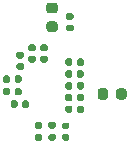
<source format=gbp>
G04 #@! TF.GenerationSoftware,KiCad,Pcbnew,(5.1.6)-1*
G04 #@! TF.CreationDate,2021-01-08T16:43:46+07:00*
G04 #@! TF.ProjectId,FT600_Adapter,46543630-305f-4416-9461-707465722e6b,rev?*
G04 #@! TF.SameCoordinates,Original*
G04 #@! TF.FileFunction,Paste,Bot*
G04 #@! TF.FilePolarity,Positive*
%FSLAX46Y46*%
G04 Gerber Fmt 4.6, Leading zero omitted, Abs format (unit mm)*
G04 Created by KiCad (PCBNEW (5.1.6)-1) date 2021-01-08 16:43:46*
%MOMM*%
%LPD*%
G01*
G04 APERTURE LIST*
G04 APERTURE END LIST*
G36*
G01*
X125882500Y-97735000D02*
X125537500Y-97735000D01*
G75*
G02*
X125390000Y-97587500I0J147500D01*
G01*
X125390000Y-97292500D01*
G75*
G02*
X125537500Y-97145000I147500J0D01*
G01*
X125882500Y-97145000D01*
G75*
G02*
X126030000Y-97292500I0J-147500D01*
G01*
X126030000Y-97587500D01*
G75*
G02*
X125882500Y-97735000I-147500J0D01*
G01*
G37*
G36*
G01*
X125882500Y-98705000D02*
X125537500Y-98705000D01*
G75*
G02*
X125390000Y-98557500I0J147500D01*
G01*
X125390000Y-98262500D01*
G75*
G02*
X125537500Y-98115000I147500J0D01*
G01*
X125882500Y-98115000D01*
G75*
G02*
X126030000Y-98262500I0J-147500D01*
G01*
X126030000Y-98557500D01*
G75*
G02*
X125882500Y-98705000I-147500J0D01*
G01*
G37*
G36*
G01*
X122327500Y-100765000D02*
X122672500Y-100765000D01*
G75*
G02*
X122820000Y-100912500I0J-147500D01*
G01*
X122820000Y-101207500D01*
G75*
G02*
X122672500Y-101355000I-147500J0D01*
G01*
X122327500Y-101355000D01*
G75*
G02*
X122180000Y-101207500I0J147500D01*
G01*
X122180000Y-100912500D01*
G75*
G02*
X122327500Y-100765000I147500J0D01*
G01*
G37*
G36*
G01*
X122327500Y-99795000D02*
X122672500Y-99795000D01*
G75*
G02*
X122820000Y-99942500I0J-147500D01*
G01*
X122820000Y-100237500D01*
G75*
G02*
X122672500Y-100385000I-147500J0D01*
G01*
X122327500Y-100385000D01*
G75*
G02*
X122180000Y-100237500I0J147500D01*
G01*
X122180000Y-99942500D01*
G75*
G02*
X122327500Y-99795000I147500J0D01*
G01*
G37*
G36*
G01*
X121327500Y-101375000D02*
X121672500Y-101375000D01*
G75*
G02*
X121820000Y-101522500I0J-147500D01*
G01*
X121820000Y-101817500D01*
G75*
G02*
X121672500Y-101965000I-147500J0D01*
G01*
X121327500Y-101965000D01*
G75*
G02*
X121180000Y-101817500I0J147500D01*
G01*
X121180000Y-101522500D01*
G75*
G02*
X121327500Y-101375000I147500J0D01*
G01*
G37*
G36*
G01*
X121327500Y-100405000D02*
X121672500Y-100405000D01*
G75*
G02*
X121820000Y-100552500I0J-147500D01*
G01*
X121820000Y-100847500D01*
G75*
G02*
X121672500Y-100995000I-147500J0D01*
G01*
X121327500Y-100995000D01*
G75*
G02*
X121180000Y-100847500I0J147500D01*
G01*
X121180000Y-100552500D01*
G75*
G02*
X121327500Y-100405000I147500J0D01*
G01*
G37*
G36*
G01*
X121025000Y-103972500D02*
X121025000Y-103627500D01*
G75*
G02*
X121172500Y-103480000I147500J0D01*
G01*
X121467500Y-103480000D01*
G75*
G02*
X121615000Y-103627500I0J-147500D01*
G01*
X121615000Y-103972500D01*
G75*
G02*
X121467500Y-104120000I-147500J0D01*
G01*
X121172500Y-104120000D01*
G75*
G02*
X121025000Y-103972500I0J147500D01*
G01*
G37*
G36*
G01*
X120055000Y-103972500D02*
X120055000Y-103627500D01*
G75*
G02*
X120202500Y-103480000I147500J0D01*
G01*
X120497500Y-103480000D01*
G75*
G02*
X120645000Y-103627500I0J-147500D01*
G01*
X120645000Y-103972500D01*
G75*
G02*
X120497500Y-104120000I-147500J0D01*
G01*
X120202500Y-104120000D01*
G75*
G02*
X120055000Y-103972500I0J147500D01*
G01*
G37*
G36*
G01*
X125925000Y-105127500D02*
X125925000Y-105472500D01*
G75*
G02*
X125777500Y-105620000I-147500J0D01*
G01*
X125482500Y-105620000D01*
G75*
G02*
X125335000Y-105472500I0J147500D01*
G01*
X125335000Y-105127500D01*
G75*
G02*
X125482500Y-104980000I147500J0D01*
G01*
X125777500Y-104980000D01*
G75*
G02*
X125925000Y-105127500I0J-147500D01*
G01*
G37*
G36*
G01*
X126895000Y-105127500D02*
X126895000Y-105472500D01*
G75*
G02*
X126747500Y-105620000I-147500J0D01*
G01*
X126452500Y-105620000D01*
G75*
G02*
X126305000Y-105472500I0J147500D01*
G01*
X126305000Y-105127500D01*
G75*
G02*
X126452500Y-104980000I147500J0D01*
G01*
X126747500Y-104980000D01*
G75*
G02*
X126895000Y-105127500I0J-147500D01*
G01*
G37*
G36*
G01*
X125925000Y-104127500D02*
X125925000Y-104472500D01*
G75*
G02*
X125777500Y-104620000I-147500J0D01*
G01*
X125482500Y-104620000D01*
G75*
G02*
X125335000Y-104472500I0J147500D01*
G01*
X125335000Y-104127500D01*
G75*
G02*
X125482500Y-103980000I147500J0D01*
G01*
X125777500Y-103980000D01*
G75*
G02*
X125925000Y-104127500I0J-147500D01*
G01*
G37*
G36*
G01*
X126895000Y-104127500D02*
X126895000Y-104472500D01*
G75*
G02*
X126747500Y-104620000I-147500J0D01*
G01*
X126452500Y-104620000D01*
G75*
G02*
X126305000Y-104472500I0J147500D01*
G01*
X126305000Y-104127500D01*
G75*
G02*
X126452500Y-103980000I147500J0D01*
G01*
X126747500Y-103980000D01*
G75*
G02*
X126895000Y-104127500I0J-147500D01*
G01*
G37*
G36*
G01*
X125925000Y-103127500D02*
X125925000Y-103472500D01*
G75*
G02*
X125777500Y-103620000I-147500J0D01*
G01*
X125482500Y-103620000D01*
G75*
G02*
X125335000Y-103472500I0J147500D01*
G01*
X125335000Y-103127500D01*
G75*
G02*
X125482500Y-102980000I147500J0D01*
G01*
X125777500Y-102980000D01*
G75*
G02*
X125925000Y-103127500I0J-147500D01*
G01*
G37*
G36*
G01*
X126895000Y-103127500D02*
X126895000Y-103472500D01*
G75*
G02*
X126747500Y-103620000I-147500J0D01*
G01*
X126452500Y-103620000D01*
G75*
G02*
X126305000Y-103472500I0J147500D01*
G01*
X126305000Y-103127500D01*
G75*
G02*
X126452500Y-102980000I147500J0D01*
G01*
X126747500Y-102980000D01*
G75*
G02*
X126895000Y-103127500I0J-147500D01*
G01*
G37*
G36*
G01*
X123357500Y-100765000D02*
X123702500Y-100765000D01*
G75*
G02*
X123850000Y-100912500I0J-147500D01*
G01*
X123850000Y-101207500D01*
G75*
G02*
X123702500Y-101355000I-147500J0D01*
G01*
X123357500Y-101355000D01*
G75*
G02*
X123210000Y-101207500I0J147500D01*
G01*
X123210000Y-100912500D01*
G75*
G02*
X123357500Y-100765000I147500J0D01*
G01*
G37*
G36*
G01*
X123357500Y-99795000D02*
X123702500Y-99795000D01*
G75*
G02*
X123850000Y-99942500I0J-147500D01*
G01*
X123850000Y-100237500D01*
G75*
G02*
X123702500Y-100385000I-147500J0D01*
G01*
X123357500Y-100385000D01*
G75*
G02*
X123210000Y-100237500I0J147500D01*
G01*
X123210000Y-99942500D01*
G75*
G02*
X123357500Y-99795000I147500J0D01*
G01*
G37*
G36*
G01*
X121655000Y-105022500D02*
X121655000Y-104677500D01*
G75*
G02*
X121802500Y-104530000I147500J0D01*
G01*
X122097500Y-104530000D01*
G75*
G02*
X122245000Y-104677500I0J-147500D01*
G01*
X122245000Y-105022500D01*
G75*
G02*
X122097500Y-105170000I-147500J0D01*
G01*
X121802500Y-105170000D01*
G75*
G02*
X121655000Y-105022500I0J147500D01*
G01*
G37*
G36*
G01*
X120685000Y-105022500D02*
X120685000Y-104677500D01*
G75*
G02*
X120832500Y-104530000I147500J0D01*
G01*
X121127500Y-104530000D01*
G75*
G02*
X121275000Y-104677500I0J-147500D01*
G01*
X121275000Y-105022500D01*
G75*
G02*
X121127500Y-105170000I-147500J0D01*
G01*
X120832500Y-105170000D01*
G75*
G02*
X120685000Y-105022500I0J147500D01*
G01*
G37*
G36*
G01*
X129637500Y-104256250D02*
X129637500Y-103743750D01*
G75*
G02*
X129856250Y-103525000I218750J0D01*
G01*
X130293750Y-103525000D01*
G75*
G02*
X130512500Y-103743750I0J-218750D01*
G01*
X130512500Y-104256250D01*
G75*
G02*
X130293750Y-104475000I-218750J0D01*
G01*
X129856250Y-104475000D01*
G75*
G02*
X129637500Y-104256250I0J218750D01*
G01*
G37*
G36*
G01*
X128062500Y-104256250D02*
X128062500Y-103743750D01*
G75*
G02*
X128281250Y-103525000I218750J0D01*
G01*
X128718750Y-103525000D01*
G75*
G02*
X128937500Y-103743750I0J-218750D01*
G01*
X128937500Y-104256250D01*
G75*
G02*
X128718750Y-104475000I-218750J0D01*
G01*
X128281250Y-104475000D01*
G75*
G02*
X128062500Y-104256250I0J218750D01*
G01*
G37*
G36*
G01*
X121025000Y-102922500D02*
X121025000Y-102577500D01*
G75*
G02*
X121172500Y-102430000I147500J0D01*
G01*
X121467500Y-102430000D01*
G75*
G02*
X121615000Y-102577500I0J-147500D01*
G01*
X121615000Y-102922500D01*
G75*
G02*
X121467500Y-103070000I-147500J0D01*
G01*
X121172500Y-103070000D01*
G75*
G02*
X121025000Y-102922500I0J147500D01*
G01*
G37*
G36*
G01*
X120055000Y-102922500D02*
X120055000Y-102577500D01*
G75*
G02*
X120202500Y-102430000I147500J0D01*
G01*
X120497500Y-102430000D01*
G75*
G02*
X120645000Y-102577500I0J-147500D01*
G01*
X120645000Y-102922500D01*
G75*
G02*
X120497500Y-103070000I-147500J0D01*
G01*
X120202500Y-103070000D01*
G75*
G02*
X120055000Y-102922500I0J147500D01*
G01*
G37*
G36*
G01*
X125925000Y-102127500D02*
X125925000Y-102472500D01*
G75*
G02*
X125777500Y-102620000I-147500J0D01*
G01*
X125482500Y-102620000D01*
G75*
G02*
X125335000Y-102472500I0J147500D01*
G01*
X125335000Y-102127500D01*
G75*
G02*
X125482500Y-101980000I147500J0D01*
G01*
X125777500Y-101980000D01*
G75*
G02*
X125925000Y-102127500I0J-147500D01*
G01*
G37*
G36*
G01*
X126895000Y-102127500D02*
X126895000Y-102472500D01*
G75*
G02*
X126747500Y-102620000I-147500J0D01*
G01*
X126452500Y-102620000D01*
G75*
G02*
X126305000Y-102472500I0J147500D01*
G01*
X126305000Y-102127500D01*
G75*
G02*
X126452500Y-101980000I147500J0D01*
G01*
X126747500Y-101980000D01*
G75*
G02*
X126895000Y-102127500I0J-147500D01*
G01*
G37*
G36*
G01*
X125925000Y-101127500D02*
X125925000Y-101472500D01*
G75*
G02*
X125777500Y-101620000I-147500J0D01*
G01*
X125482500Y-101620000D01*
G75*
G02*
X125335000Y-101472500I0J147500D01*
G01*
X125335000Y-101127500D01*
G75*
G02*
X125482500Y-100980000I147500J0D01*
G01*
X125777500Y-100980000D01*
G75*
G02*
X125925000Y-101127500I0J-147500D01*
G01*
G37*
G36*
G01*
X126895000Y-101127500D02*
X126895000Y-101472500D01*
G75*
G02*
X126747500Y-101620000I-147500J0D01*
G01*
X126452500Y-101620000D01*
G75*
G02*
X126305000Y-101472500I0J147500D01*
G01*
X126305000Y-101127500D01*
G75*
G02*
X126452500Y-100980000I147500J0D01*
G01*
X126747500Y-100980000D01*
G75*
G02*
X126895000Y-101127500I0J-147500D01*
G01*
G37*
G36*
G01*
X124456250Y-97152500D02*
X123943750Y-97152500D01*
G75*
G02*
X123725000Y-96933750I0J218750D01*
G01*
X123725000Y-96496250D01*
G75*
G02*
X123943750Y-96277500I218750J0D01*
G01*
X124456250Y-96277500D01*
G75*
G02*
X124675000Y-96496250I0J-218750D01*
G01*
X124675000Y-96933750D01*
G75*
G02*
X124456250Y-97152500I-218750J0D01*
G01*
G37*
G36*
G01*
X124456250Y-98727500D02*
X123943750Y-98727500D01*
G75*
G02*
X123725000Y-98508750I0J218750D01*
G01*
X123725000Y-98071250D01*
G75*
G02*
X123943750Y-97852500I218750J0D01*
G01*
X124456250Y-97852500D01*
G75*
G02*
X124675000Y-98071250I0J-218750D01*
G01*
X124675000Y-98508750D01*
G75*
G02*
X124456250Y-98727500I-218750J0D01*
G01*
G37*
G36*
G01*
X123235000Y-106920000D02*
X122865000Y-106920000D01*
G75*
G02*
X122730000Y-106785000I0J135000D01*
G01*
X122730000Y-106515000D01*
G75*
G02*
X122865000Y-106380000I135000J0D01*
G01*
X123235000Y-106380000D01*
G75*
G02*
X123370000Y-106515000I0J-135000D01*
G01*
X123370000Y-106785000D01*
G75*
G02*
X123235000Y-106920000I-135000J0D01*
G01*
G37*
G36*
G01*
X123235000Y-107940000D02*
X122865000Y-107940000D01*
G75*
G02*
X122730000Y-107805000I0J135000D01*
G01*
X122730000Y-107535000D01*
G75*
G02*
X122865000Y-107400000I135000J0D01*
G01*
X123235000Y-107400000D01*
G75*
G02*
X123370000Y-107535000I0J-135000D01*
G01*
X123370000Y-107805000D01*
G75*
G02*
X123235000Y-107940000I-135000J0D01*
G01*
G37*
G36*
G01*
X125520000Y-106980000D02*
X125180000Y-106980000D01*
G75*
G02*
X125040000Y-106840000I0J140000D01*
G01*
X125040000Y-106560000D01*
G75*
G02*
X125180000Y-106420000I140000J0D01*
G01*
X125520000Y-106420000D01*
G75*
G02*
X125660000Y-106560000I0J-140000D01*
G01*
X125660000Y-106840000D01*
G75*
G02*
X125520000Y-106980000I-140000J0D01*
G01*
G37*
G36*
G01*
X125520000Y-107940000D02*
X125180000Y-107940000D01*
G75*
G02*
X125040000Y-107800000I0J140000D01*
G01*
X125040000Y-107520000D01*
G75*
G02*
X125180000Y-107380000I140000J0D01*
G01*
X125520000Y-107380000D01*
G75*
G02*
X125660000Y-107520000I0J-140000D01*
G01*
X125660000Y-107800000D01*
G75*
G02*
X125520000Y-107940000I-140000J0D01*
G01*
G37*
G36*
G01*
X124385000Y-106920000D02*
X124015000Y-106920000D01*
G75*
G02*
X123880000Y-106785000I0J135000D01*
G01*
X123880000Y-106515000D01*
G75*
G02*
X124015000Y-106380000I135000J0D01*
G01*
X124385000Y-106380000D01*
G75*
G02*
X124520000Y-106515000I0J-135000D01*
G01*
X124520000Y-106785000D01*
G75*
G02*
X124385000Y-106920000I-135000J0D01*
G01*
G37*
G36*
G01*
X124385000Y-107940000D02*
X124015000Y-107940000D01*
G75*
G02*
X123880000Y-107805000I0J135000D01*
G01*
X123880000Y-107535000D01*
G75*
G02*
X124015000Y-107400000I135000J0D01*
G01*
X124385000Y-107400000D01*
G75*
G02*
X124520000Y-107535000I0J-135000D01*
G01*
X124520000Y-107805000D01*
G75*
G02*
X124385000Y-107940000I-135000J0D01*
G01*
G37*
M02*

</source>
